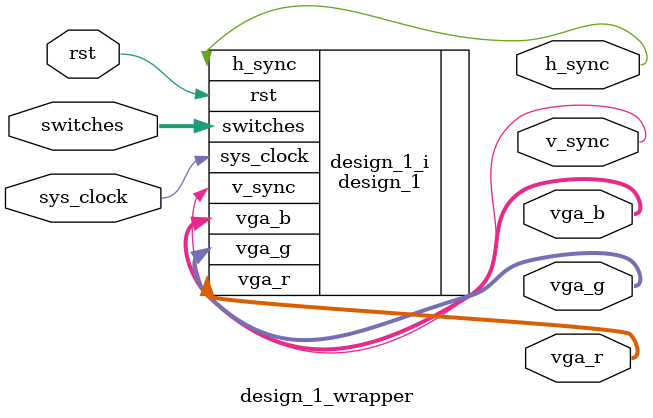
<source format=v>
`timescale 1 ps / 1 ps

module design_1_wrapper
   (h_sync,
    rst,
    switches,
    sys_clock,
    v_sync,
    vga_b,
    vga_g,
    vga_r);
  output h_sync;
  input rst;
  input [2:0]switches;
  input sys_clock;
  output v_sync;
  output [3:0]vga_b;
  output [3:0]vga_g;
  output [3:0]vga_r;

  wire h_sync;
  wire rst;
  wire [2:0]switches;
  wire sys_clock;
  wire v_sync;
  wire [3:0]vga_b;
  wire [3:0]vga_g;
  wire [3:0]vga_r;

  design_1 design_1_i
       (.h_sync(h_sync),
        .rst(rst),
        .switches(switches),
        .sys_clock(sys_clock),
        .v_sync(v_sync),
        .vga_b(vga_b),
        .vga_g(vga_g),
        .vga_r(vga_r));
endmodule

</source>
